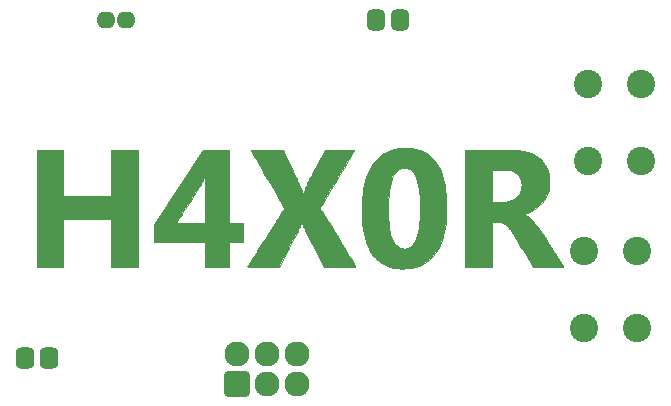
<source format=gbr>
%TF.GenerationSoftware,KiCad,Pcbnew,(7.0.0)*%
%TF.CreationDate,2024-07-03T12:20:39-05:00*%
%TF.ProjectId,DC32H4X0R,44433332-4834-4583-9052-2e6b69636164,rev?*%
%TF.SameCoordinates,Original*%
%TF.FileFunction,Soldermask,Top*%
%TF.FilePolarity,Negative*%
%FSLAX46Y46*%
G04 Gerber Fmt 4.6, Leading zero omitted, Abs format (unit mm)*
G04 Created by KiCad (PCBNEW (7.0.0)) date 2024-07-03 12:20:39*
%MOMM*%
%LPD*%
G01*
G04 APERTURE LIST*
G04 Aperture macros list*
%AMRoundRect*
0 Rectangle with rounded corners*
0 $1 Rounding radius*
0 $2 $3 $4 $5 $6 $7 $8 $9 X,Y pos of 4 corners*
0 Add a 4 corners polygon primitive as box body*
4,1,4,$2,$3,$4,$5,$6,$7,$8,$9,$2,$3,0*
0 Add four circle primitives for the rounded corners*
1,1,$1+$1,$2,$3*
1,1,$1+$1,$4,$5*
1,1,$1+$1,$6,$7*
1,1,$1+$1,$8,$9*
0 Add four rect primitives between the rounded corners*
20,1,$1+$1,$2,$3,$4,$5,0*
20,1,$1+$1,$4,$5,$6,$7,0*
20,1,$1+$1,$6,$7,$8,$9,0*
20,1,$1+$1,$8,$9,$2,$3,0*%
G04 Aperture macros list end*
%ADD10C,0.010000*%
%ADD11C,2.127200*%
%ADD12O,2.127200X2.127200*%
%ADD13RoundRect,0.200000X-0.863600X0.863600X-0.863600X-0.863600X0.863600X-0.863600X0.863600X0.863600X0*%
%ADD14C,2.400000*%
%ADD15RoundRect,0.437500X0.287500X0.237500X-0.287500X0.237500X-0.287500X-0.237500X0.287500X-0.237500X0*%
%ADD16RoundRect,0.450000X0.325000X0.450000X-0.325000X0.450000X-0.325000X-0.450000X0.325000X-0.450000X0*%
%ADD17RoundRect,0.450000X-0.350000X-0.450000X0.350000X-0.450000X0.350000X0.450000X-0.350000X0.450000X0*%
G04 APERTURE END LIST*
%TO.C,G\u002A\u002A\u002A*%
G36*
X78298313Y-61314854D02*
G01*
X80525900Y-61314854D01*
X80527361Y-61838029D01*
X80527990Y-61871993D01*
X80535800Y-62176776D01*
X80547121Y-62446060D01*
X80562683Y-62686587D01*
X80583215Y-62905100D01*
X80609448Y-63108341D01*
X80642111Y-63303053D01*
X80681934Y-63495979D01*
X80721901Y-63663366D01*
X80809117Y-63958224D01*
X80912541Y-64214203D01*
X81032414Y-64431633D01*
X81168978Y-64610841D01*
X81322476Y-64752156D01*
X81493148Y-64855908D01*
X81640807Y-64911680D01*
X81722694Y-64925891D01*
X81830697Y-64932038D01*
X81949438Y-64930453D01*
X82063541Y-64921467D01*
X82157628Y-64905411D01*
X82176812Y-64900150D01*
X82234279Y-64875962D01*
X82309770Y-64835549D01*
X82387081Y-64787596D01*
X82388106Y-64786907D01*
X82532898Y-64668696D01*
X82663245Y-64517927D01*
X82779460Y-64333645D01*
X82881855Y-64114892D01*
X82970743Y-63860714D01*
X83046436Y-63570154D01*
X83109247Y-63242254D01*
X83159487Y-62876060D01*
X83197469Y-62470614D01*
X83211132Y-62266934D01*
X83219618Y-62076574D01*
X83224676Y-61856636D01*
X83226455Y-61616241D01*
X83225105Y-61364510D01*
X83220774Y-61110564D01*
X83213612Y-60863524D01*
X83203767Y-60632510D01*
X83191388Y-60426645D01*
X83178556Y-60273909D01*
X83130794Y-59883168D01*
X83069352Y-59532045D01*
X82994065Y-59220042D01*
X82904769Y-58946659D01*
X82801300Y-58711397D01*
X82683493Y-58513758D01*
X82551185Y-58353243D01*
X82544226Y-58346222D01*
X82417037Y-58234180D01*
X82290656Y-58157408D01*
X82153501Y-58110696D01*
X81993989Y-58088834D01*
X81968933Y-58087447D01*
X81775147Y-58091987D01*
X81605580Y-58127194D01*
X81452456Y-58196018D01*
X81307997Y-58301406D01*
X81242351Y-58362939D01*
X81097844Y-58535024D01*
X80969571Y-58746038D01*
X80857529Y-58996002D01*
X80761714Y-59284936D01*
X80682122Y-59612859D01*
X80618749Y-59979793D01*
X80571590Y-60385756D01*
X80540642Y-60830770D01*
X80525900Y-61314854D01*
X78298313Y-61314854D01*
X78300323Y-61184871D01*
X78323310Y-60733584D01*
X78362441Y-60312137D01*
X78418386Y-59915620D01*
X78491814Y-59539122D01*
X78583397Y-59177734D01*
X78672408Y-58889538D01*
X78816985Y-58510450D01*
X78987986Y-58157733D01*
X79183885Y-57833258D01*
X79403159Y-57538899D01*
X79644282Y-57276527D01*
X79905729Y-57048015D01*
X80185975Y-56855235D01*
X80439347Y-56720155D01*
X80753982Y-56594018D01*
X81087717Y-56498310D01*
X81434712Y-56433025D01*
X81789123Y-56398157D01*
X82145111Y-56393701D01*
X82496832Y-56419651D01*
X82838446Y-56476001D01*
X83164111Y-56562745D01*
X83467985Y-56679877D01*
X83558667Y-56723272D01*
X83794818Y-56860573D01*
X84028115Y-57031122D01*
X84248325Y-57226481D01*
X84445215Y-57438213D01*
X84485269Y-57487263D01*
X84659125Y-57732846D01*
X84819749Y-58014420D01*
X84965180Y-58327169D01*
X85093462Y-58666279D01*
X85202635Y-59026936D01*
X85290740Y-59404326D01*
X85313205Y-59522493D01*
X85379763Y-59957440D01*
X85427898Y-60415011D01*
X85457653Y-60887109D01*
X85469070Y-61365640D01*
X85462193Y-61842510D01*
X85437063Y-62309625D01*
X85393723Y-62758889D01*
X85332215Y-63182208D01*
X85292877Y-63390311D01*
X85185803Y-63834177D01*
X85053701Y-64248553D01*
X84897190Y-64632475D01*
X84716890Y-64984977D01*
X84513422Y-65305094D01*
X84287406Y-65591862D01*
X84039462Y-65844314D01*
X83770210Y-66061485D01*
X83480271Y-66242411D01*
X83449771Y-66258679D01*
X83143150Y-66397009D01*
X82811605Y-66503938D01*
X82459388Y-66578735D01*
X82090756Y-66620669D01*
X81709964Y-66629008D01*
X81399667Y-66611022D01*
X81027898Y-66559114D01*
X80682541Y-66474748D01*
X80361999Y-66357212D01*
X80064674Y-66205792D01*
X79788969Y-66019773D01*
X79533288Y-65798442D01*
X79493486Y-65759055D01*
X79284482Y-65527966D01*
X79100547Y-65279648D01*
X78938431Y-65008528D01*
X78794882Y-64709032D01*
X78666653Y-64375590D01*
X78639255Y-64294331D01*
X78540041Y-63960496D01*
X78458466Y-63613397D01*
X78393909Y-63248349D01*
X78345754Y-62860665D01*
X78313380Y-62445659D01*
X78296168Y-61998646D01*
X78292810Y-61670909D01*
X78298313Y-61314854D01*
G37*
D10*
X78298313Y-61314854D02*
X80525900Y-61314854D01*
X80527361Y-61838029D01*
X80527990Y-61871993D01*
X80535800Y-62176776D01*
X80547121Y-62446060D01*
X80562683Y-62686587D01*
X80583215Y-62905100D01*
X80609448Y-63108341D01*
X80642111Y-63303053D01*
X80681934Y-63495979D01*
X80721901Y-63663366D01*
X80809117Y-63958224D01*
X80912541Y-64214203D01*
X81032414Y-64431633D01*
X81168978Y-64610841D01*
X81322476Y-64752156D01*
X81493148Y-64855908D01*
X81640807Y-64911680D01*
X81722694Y-64925891D01*
X81830697Y-64932038D01*
X81949438Y-64930453D01*
X82063541Y-64921467D01*
X82157628Y-64905411D01*
X82176812Y-64900150D01*
X82234279Y-64875962D01*
X82309770Y-64835549D01*
X82387081Y-64787596D01*
X82388106Y-64786907D01*
X82532898Y-64668696D01*
X82663245Y-64517927D01*
X82779460Y-64333645D01*
X82881855Y-64114892D01*
X82970743Y-63860714D01*
X83046436Y-63570154D01*
X83109247Y-63242254D01*
X83159487Y-62876060D01*
X83197469Y-62470614D01*
X83211132Y-62266934D01*
X83219618Y-62076574D01*
X83224676Y-61856636D01*
X83226455Y-61616241D01*
X83225105Y-61364510D01*
X83220774Y-61110564D01*
X83213612Y-60863524D01*
X83203767Y-60632510D01*
X83191388Y-60426645D01*
X83178556Y-60273909D01*
X83130794Y-59883168D01*
X83069352Y-59532045D01*
X82994065Y-59220042D01*
X82904769Y-58946659D01*
X82801300Y-58711397D01*
X82683493Y-58513758D01*
X82551185Y-58353243D01*
X82544226Y-58346222D01*
X82417037Y-58234180D01*
X82290656Y-58157408D01*
X82153501Y-58110696D01*
X81993989Y-58088834D01*
X81968933Y-58087447D01*
X81775147Y-58091987D01*
X81605580Y-58127194D01*
X81452456Y-58196018D01*
X81307997Y-58301406D01*
X81242351Y-58362939D01*
X81097844Y-58535024D01*
X80969571Y-58746038D01*
X80857529Y-58996002D01*
X80761714Y-59284936D01*
X80682122Y-59612859D01*
X80618749Y-59979793D01*
X80571590Y-60385756D01*
X80540642Y-60830770D01*
X80525900Y-61314854D01*
X78298313Y-61314854D01*
X78300323Y-61184871D01*
X78323310Y-60733584D01*
X78362441Y-60312137D01*
X78418386Y-59915620D01*
X78491814Y-59539122D01*
X78583397Y-59177734D01*
X78672408Y-58889538D01*
X78816985Y-58510450D01*
X78987986Y-58157733D01*
X79183885Y-57833258D01*
X79403159Y-57538899D01*
X79644282Y-57276527D01*
X79905729Y-57048015D01*
X80185975Y-56855235D01*
X80439347Y-56720155D01*
X80753982Y-56594018D01*
X81087717Y-56498310D01*
X81434712Y-56433025D01*
X81789123Y-56398157D01*
X82145111Y-56393701D01*
X82496832Y-56419651D01*
X82838446Y-56476001D01*
X83164111Y-56562745D01*
X83467985Y-56679877D01*
X83558667Y-56723272D01*
X83794818Y-56860573D01*
X84028115Y-57031122D01*
X84248325Y-57226481D01*
X84445215Y-57438213D01*
X84485269Y-57487263D01*
X84659125Y-57732846D01*
X84819749Y-58014420D01*
X84965180Y-58327169D01*
X85093462Y-58666279D01*
X85202635Y-59026936D01*
X85290740Y-59404326D01*
X85313205Y-59522493D01*
X85379763Y-59957440D01*
X85427898Y-60415011D01*
X85457653Y-60887109D01*
X85469070Y-61365640D01*
X85462193Y-61842510D01*
X85437063Y-62309625D01*
X85393723Y-62758889D01*
X85332215Y-63182208D01*
X85292877Y-63390311D01*
X85185803Y-63834177D01*
X85053701Y-64248553D01*
X84897190Y-64632475D01*
X84716890Y-64984977D01*
X84513422Y-65305094D01*
X84287406Y-65591862D01*
X84039462Y-65844314D01*
X83770210Y-66061485D01*
X83480271Y-66242411D01*
X83449771Y-66258679D01*
X83143150Y-66397009D01*
X82811605Y-66503938D01*
X82459388Y-66578735D01*
X82090756Y-66620669D01*
X81709964Y-66629008D01*
X81399667Y-66611022D01*
X81027898Y-66559114D01*
X80682541Y-66474748D01*
X80361999Y-66357212D01*
X80064674Y-66205792D01*
X79788969Y-66019773D01*
X79533288Y-65798442D01*
X79493486Y-65759055D01*
X79284482Y-65527966D01*
X79100547Y-65279648D01*
X78938431Y-65008528D01*
X78794882Y-64709032D01*
X78666653Y-64375590D01*
X78639255Y-64294331D01*
X78540041Y-63960496D01*
X78458466Y-63613397D01*
X78393909Y-63248349D01*
X78345754Y-62860665D01*
X78313380Y-62445659D01*
X78296168Y-61998646D01*
X78292810Y-61670909D01*
X78298313Y-61314854D01*
G36*
X53004584Y-60496159D02*
G01*
X57068584Y-60496159D01*
X57068584Y-56559159D01*
X59333417Y-56559159D01*
X59333417Y-66465530D01*
X57079167Y-66454576D01*
X57073768Y-64449034D01*
X57068369Y-62443493D01*
X53004584Y-62443493D01*
X53004584Y-66465159D01*
X50760917Y-66465159D01*
X50760917Y-56559159D01*
X53004584Y-56559159D01*
X53004584Y-60496159D01*
G37*
X53004584Y-60496159D02*
X57068584Y-60496159D01*
X57068584Y-56559159D01*
X59333417Y-56559159D01*
X59333417Y-66465530D01*
X57079167Y-66454576D01*
X57073768Y-64449034D01*
X57068369Y-62443493D01*
X53004584Y-62443493D01*
X53004584Y-66465159D01*
X50760917Y-66465159D01*
X50760917Y-56559159D01*
X53004584Y-56559159D01*
X53004584Y-60496159D01*
G36*
X64851716Y-56569743D02*
G01*
X65934316Y-56564259D01*
X67016917Y-56558775D01*
X67016917Y-62782159D01*
X68202250Y-62782159D01*
X68202250Y-64348493D01*
X67016917Y-64348493D01*
X67016917Y-66465159D01*
X66025611Y-66465159D01*
X65824699Y-66464867D01*
X65636840Y-66464029D01*
X65466253Y-66462705D01*
X65317157Y-66460955D01*
X65193774Y-66458837D01*
X65100323Y-66456410D01*
X65041023Y-66453734D01*
X65020195Y-66451048D01*
X65017410Y-66427709D01*
X65014808Y-66366144D01*
X65012443Y-66270461D01*
X65010370Y-66144768D01*
X65008643Y-65993172D01*
X65007317Y-65819781D01*
X65006448Y-65628702D01*
X65006090Y-65424043D01*
X65006084Y-65392715D01*
X65006084Y-64348493D01*
X60709250Y-64348493D01*
X60709250Y-62955635D01*
X60821782Y-62782159D01*
X62545881Y-62782159D01*
X65001105Y-62782159D01*
X65013157Y-60840118D01*
X65015069Y-60555561D01*
X65017189Y-60282074D01*
X65019478Y-60022757D01*
X65021896Y-59780710D01*
X65024401Y-59559033D01*
X65026955Y-59360825D01*
X65029516Y-59189186D01*
X65032045Y-59047215D01*
X65034502Y-58938013D01*
X65036846Y-58864680D01*
X65039037Y-58830314D01*
X65039216Y-58829284D01*
X65045593Y-58777360D01*
X65037454Y-58762084D01*
X65017234Y-58781312D01*
X64987368Y-58832900D01*
X64955040Y-58903368D01*
X64919936Y-58983340D01*
X64880305Y-59067341D01*
X64834633Y-59157890D01*
X64781400Y-59257506D01*
X64719092Y-59368709D01*
X64646191Y-59494017D01*
X64561180Y-59635951D01*
X64462543Y-59797030D01*
X64348762Y-59979772D01*
X64218322Y-60186699D01*
X64069706Y-60420328D01*
X63901396Y-60683179D01*
X63711877Y-60977773D01*
X63626609Y-61109993D01*
X63475956Y-61343448D01*
X63331288Y-61567599D01*
X63194332Y-61779772D01*
X63066817Y-61977291D01*
X62950469Y-62157483D01*
X62847015Y-62317672D01*
X62758183Y-62455184D01*
X62685700Y-62567344D01*
X62631294Y-62651478D01*
X62596692Y-62704910D01*
X62584299Y-62723951D01*
X62545881Y-62782159D01*
X60821782Y-62782159D01*
X64851716Y-56569743D01*
G37*
X64851716Y-56569743D02*
X65934316Y-56564259D01*
X67016917Y-56558775D01*
X67016917Y-62782159D01*
X68202250Y-62782159D01*
X68202250Y-64348493D01*
X67016917Y-64348493D01*
X67016917Y-66465159D01*
X66025611Y-66465159D01*
X65824699Y-66464867D01*
X65636840Y-66464029D01*
X65466253Y-66462705D01*
X65317157Y-66460955D01*
X65193774Y-66458837D01*
X65100323Y-66456410D01*
X65041023Y-66453734D01*
X65020195Y-66451048D01*
X65017410Y-66427709D01*
X65014808Y-66366144D01*
X65012443Y-66270461D01*
X65010370Y-66144768D01*
X65008643Y-65993172D01*
X65007317Y-65819781D01*
X65006448Y-65628702D01*
X65006090Y-65424043D01*
X65006084Y-65392715D01*
X65006084Y-64348493D01*
X60709250Y-64348493D01*
X60709250Y-62955635D01*
X60821782Y-62782159D01*
X62545881Y-62782159D01*
X65001105Y-62782159D01*
X65013157Y-60840118D01*
X65015069Y-60555561D01*
X65017189Y-60282074D01*
X65019478Y-60022757D01*
X65021896Y-59780710D01*
X65024401Y-59559033D01*
X65026955Y-59360825D01*
X65029516Y-59189186D01*
X65032045Y-59047215D01*
X65034502Y-58938013D01*
X65036846Y-58864680D01*
X65039037Y-58830314D01*
X65039216Y-58829284D01*
X65045593Y-58777360D01*
X65037454Y-58762084D01*
X65017234Y-58781312D01*
X64987368Y-58832900D01*
X64955040Y-58903368D01*
X64919936Y-58983340D01*
X64880305Y-59067341D01*
X64834633Y-59157890D01*
X64781400Y-59257506D01*
X64719092Y-59368709D01*
X64646191Y-59494017D01*
X64561180Y-59635951D01*
X64462543Y-59797030D01*
X64348762Y-59979772D01*
X64218322Y-60186699D01*
X64069706Y-60420328D01*
X63901396Y-60683179D01*
X63711877Y-60977773D01*
X63626609Y-61109993D01*
X63475956Y-61343448D01*
X63331288Y-61567599D01*
X63194332Y-61779772D01*
X63066817Y-61977291D01*
X62950469Y-62157483D01*
X62847015Y-62317672D01*
X62758183Y-62455184D01*
X62685700Y-62567344D01*
X62631294Y-62651478D01*
X62596692Y-62704910D01*
X62584299Y-62723951D01*
X62545881Y-62782159D01*
X60821782Y-62782159D01*
X64851716Y-56569743D01*
G36*
X76708161Y-56559299D02*
G01*
X76935808Y-56559760D01*
X77126817Y-56560608D01*
X77284034Y-56561907D01*
X77410307Y-56563722D01*
X77508484Y-56566118D01*
X77581410Y-56569160D01*
X77631933Y-56572911D01*
X77662900Y-56577437D01*
X77677159Y-56582802D01*
X77678657Y-56587275D01*
X77666582Y-56608485D01*
X77633864Y-56663780D01*
X77581788Y-56751029D01*
X77511636Y-56868103D01*
X77424690Y-57012872D01*
X77322233Y-57183208D01*
X77205547Y-57376979D01*
X77075916Y-57592057D01*
X76934621Y-57826313D01*
X76782947Y-58077616D01*
X76622174Y-58343837D01*
X76453586Y-58622846D01*
X76278466Y-58912514D01*
X76204265Y-59035206D01*
X76006655Y-59362295D01*
X75819892Y-59672176D01*
X75644929Y-59963245D01*
X75482715Y-60233896D01*
X75334201Y-60482524D01*
X75200338Y-60707524D01*
X75082076Y-60907291D01*
X74980367Y-61080220D01*
X74896161Y-61224706D01*
X74830409Y-61339143D01*
X74784062Y-61421928D01*
X74758070Y-61471454D01*
X74752554Y-61486012D01*
X74764846Y-61507504D01*
X74797951Y-61562988D01*
X74850583Y-61650347D01*
X74921456Y-61767469D01*
X75009281Y-61912237D01*
X75112772Y-62082537D01*
X75230642Y-62276255D01*
X75361603Y-62491274D01*
X75504368Y-62725482D01*
X75657651Y-62976762D01*
X75820164Y-63242999D01*
X75990620Y-63522080D01*
X76167731Y-63811889D01*
X76255782Y-63955905D01*
X76435706Y-64250246D01*
X76609620Y-64534943D01*
X76776236Y-64807876D01*
X76934263Y-65066925D01*
X77082413Y-65309972D01*
X77219396Y-65534896D01*
X77343923Y-65739577D01*
X77454705Y-65921897D01*
X77550453Y-66079734D01*
X77629877Y-66210971D01*
X77691689Y-66313486D01*
X77734598Y-66385161D01*
X77757316Y-66423876D01*
X77760676Y-66430143D01*
X77761163Y-66437329D01*
X77754667Y-66443444D01*
X77738169Y-66448558D01*
X77708652Y-66452737D01*
X77663095Y-66456052D01*
X77598480Y-66458571D01*
X77511787Y-66460362D01*
X77399999Y-66461494D01*
X77260095Y-66462036D01*
X77089058Y-66462055D01*
X76883868Y-66461622D01*
X76641505Y-66460804D01*
X76445371Y-66460027D01*
X75116506Y-66454576D01*
X74242995Y-64803576D01*
X74089021Y-64512364D01*
X73953680Y-64255893D01*
X73835671Y-64031560D01*
X73733689Y-63836761D01*
X73646434Y-63668891D01*
X73572602Y-63525348D01*
X73510891Y-63403527D01*
X73459999Y-63300824D01*
X73418623Y-63214636D01*
X73385461Y-63142358D01*
X73359210Y-63081386D01*
X73338568Y-63029118D01*
X73322233Y-62982948D01*
X73308901Y-62940273D01*
X73306022Y-62930326D01*
X73278217Y-62830913D01*
X73253561Y-62739068D01*
X73235288Y-62667038D01*
X73228027Y-62634970D01*
X73220325Y-62601561D01*
X73212605Y-62591715D01*
X73201879Y-62609929D01*
X73185161Y-62660698D01*
X73164758Y-62730220D01*
X73142825Y-62803616D01*
X73119556Y-62875584D01*
X73093571Y-62948949D01*
X73063490Y-63026540D01*
X73027933Y-63111182D01*
X72985521Y-63205705D01*
X72934872Y-63312934D01*
X72874608Y-63435697D01*
X72803348Y-63576821D01*
X72719712Y-63739133D01*
X72622320Y-63925460D01*
X72509791Y-64138630D01*
X72380747Y-64381470D01*
X72233807Y-64656806D01*
X72125388Y-64859505D01*
X71266016Y-66465159D01*
X69932952Y-66465159D01*
X69660424Y-66465072D01*
X69427277Y-66464763D01*
X69230556Y-66464160D01*
X69067308Y-66463193D01*
X68934580Y-66461789D01*
X68829419Y-66459877D01*
X68748871Y-66457386D01*
X68689983Y-66454243D01*
X68649802Y-66450378D01*
X68625375Y-66445719D01*
X68613748Y-66440194D01*
X68611968Y-66433732D01*
X68612162Y-66433174D01*
X68624835Y-66411757D01*
X68658955Y-66356755D01*
X68713191Y-66270265D01*
X68786214Y-66154384D01*
X68876693Y-66011211D01*
X68983297Y-65842843D01*
X69104697Y-65651377D01*
X69239561Y-65438912D01*
X69386559Y-65207546D01*
X69544361Y-64959375D01*
X69711637Y-64696497D01*
X69887055Y-64421011D01*
X70069286Y-64135013D01*
X70152614Y-64004299D01*
X70337785Y-63713822D01*
X70516975Y-63432646D01*
X70688833Y-63162893D01*
X70852009Y-62906687D01*
X71005153Y-62666149D01*
X71146915Y-62443402D01*
X71275945Y-62240568D01*
X71390893Y-62059771D01*
X71490408Y-61903133D01*
X71573140Y-61772776D01*
X71637741Y-61670823D01*
X71682858Y-61599396D01*
X71707143Y-61560618D01*
X71710855Y-61554493D01*
X71714549Y-61545958D01*
X71715940Y-61534954D01*
X71713989Y-61519622D01*
X71707656Y-61498103D01*
X71695903Y-61468536D01*
X71677692Y-61429063D01*
X71651982Y-61377825D01*
X71617735Y-61312963D01*
X71573911Y-61232616D01*
X71519473Y-61134927D01*
X71453381Y-61018036D01*
X71374595Y-60880083D01*
X71282077Y-60719210D01*
X71174788Y-60533557D01*
X71051689Y-60321265D01*
X70911741Y-60080474D01*
X70753905Y-59809327D01*
X70577142Y-59505962D01*
X70380412Y-59168522D01*
X70310251Y-59048202D01*
X70137326Y-58751531D01*
X69970381Y-58464862D01*
X69810650Y-58190326D01*
X69659368Y-57930056D01*
X69517769Y-57686185D01*
X69387088Y-57460845D01*
X69268559Y-57256171D01*
X69163418Y-57074293D01*
X69072898Y-56917345D01*
X68998235Y-56787461D01*
X68940663Y-56686771D01*
X68901417Y-56617410D01*
X68881732Y-56581509D01*
X68879584Y-56576838D01*
X68900160Y-56573802D01*
X68959533Y-56571094D01*
X69054166Y-56568744D01*
X69180522Y-56566787D01*
X69335066Y-56565255D01*
X69514261Y-56564179D01*
X69714571Y-56563594D01*
X69932460Y-56563531D01*
X70164391Y-56564024D01*
X70238785Y-56564295D01*
X71597987Y-56569743D01*
X72047738Y-57511659D01*
X72208373Y-57848165D01*
X72351820Y-58148915D01*
X72479186Y-58416326D01*
X72591579Y-58652816D01*
X72690107Y-58860806D01*
X72775878Y-59042712D01*
X72850000Y-59200954D01*
X72913580Y-59337949D01*
X72967726Y-59456117D01*
X73013546Y-59557876D01*
X73052147Y-59645644D01*
X73084638Y-59721840D01*
X73112127Y-59788882D01*
X73135720Y-59849189D01*
X73156527Y-59905179D01*
X73175654Y-59959270D01*
X73194209Y-60013882D01*
X73195082Y-60016491D01*
X73231552Y-60124533D01*
X73263624Y-60217625D01*
X73288817Y-60288712D01*
X73304648Y-60330743D01*
X73308561Y-60339026D01*
X73318636Y-60325256D01*
X73336362Y-60280951D01*
X73354615Y-60226027D01*
X73385731Y-60127467D01*
X73416857Y-60033915D01*
X73449508Y-59942208D01*
X73485196Y-59849183D01*
X73525437Y-59751678D01*
X73571745Y-59646529D01*
X73625632Y-59530574D01*
X73688613Y-59400650D01*
X73762203Y-59253595D01*
X73847915Y-59086245D01*
X73947262Y-58895437D01*
X74061760Y-58678010D01*
X74192922Y-58430799D01*
X74342262Y-58150643D01*
X74398091Y-58046118D01*
X75192610Y-56559159D01*
X76441028Y-56559159D01*
X76708161Y-56559299D01*
G37*
X76708161Y-56559299D02*
X76935808Y-56559760D01*
X77126817Y-56560608D01*
X77284034Y-56561907D01*
X77410307Y-56563722D01*
X77508484Y-56566118D01*
X77581410Y-56569160D01*
X77631933Y-56572911D01*
X77662900Y-56577437D01*
X77677159Y-56582802D01*
X77678657Y-56587275D01*
X77666582Y-56608485D01*
X77633864Y-56663780D01*
X77581788Y-56751029D01*
X77511636Y-56868103D01*
X77424690Y-57012872D01*
X77322233Y-57183208D01*
X77205547Y-57376979D01*
X77075916Y-57592057D01*
X76934621Y-57826313D01*
X76782947Y-58077616D01*
X76622174Y-58343837D01*
X76453586Y-58622846D01*
X76278466Y-58912514D01*
X76204265Y-59035206D01*
X76006655Y-59362295D01*
X75819892Y-59672176D01*
X75644929Y-59963245D01*
X75482715Y-60233896D01*
X75334201Y-60482524D01*
X75200338Y-60707524D01*
X75082076Y-60907291D01*
X74980367Y-61080220D01*
X74896161Y-61224706D01*
X74830409Y-61339143D01*
X74784062Y-61421928D01*
X74758070Y-61471454D01*
X74752554Y-61486012D01*
X74764846Y-61507504D01*
X74797951Y-61562988D01*
X74850583Y-61650347D01*
X74921456Y-61767469D01*
X75009281Y-61912237D01*
X75112772Y-62082537D01*
X75230642Y-62276255D01*
X75361603Y-62491274D01*
X75504368Y-62725482D01*
X75657651Y-62976762D01*
X75820164Y-63242999D01*
X75990620Y-63522080D01*
X76167731Y-63811889D01*
X76255782Y-63955905D01*
X76435706Y-64250246D01*
X76609620Y-64534943D01*
X76776236Y-64807876D01*
X76934263Y-65066925D01*
X77082413Y-65309972D01*
X77219396Y-65534896D01*
X77343923Y-65739577D01*
X77454705Y-65921897D01*
X77550453Y-66079734D01*
X77629877Y-66210971D01*
X77691689Y-66313486D01*
X77734598Y-66385161D01*
X77757316Y-66423876D01*
X77760676Y-66430143D01*
X77761163Y-66437329D01*
X77754667Y-66443444D01*
X77738169Y-66448558D01*
X77708652Y-66452737D01*
X77663095Y-66456052D01*
X77598480Y-66458571D01*
X77511787Y-66460362D01*
X77399999Y-66461494D01*
X77260095Y-66462036D01*
X77089058Y-66462055D01*
X76883868Y-66461622D01*
X76641505Y-66460804D01*
X76445371Y-66460027D01*
X75116506Y-66454576D01*
X74242995Y-64803576D01*
X74089021Y-64512364D01*
X73953680Y-64255893D01*
X73835671Y-64031560D01*
X73733689Y-63836761D01*
X73646434Y-63668891D01*
X73572602Y-63525348D01*
X73510891Y-63403527D01*
X73459999Y-63300824D01*
X73418623Y-63214636D01*
X73385461Y-63142358D01*
X73359210Y-63081386D01*
X73338568Y-63029118D01*
X73322233Y-62982948D01*
X73308901Y-62940273D01*
X73306022Y-62930326D01*
X73278217Y-62830913D01*
X73253561Y-62739068D01*
X73235288Y-62667038D01*
X73228027Y-62634970D01*
X73220325Y-62601561D01*
X73212605Y-62591715D01*
X73201879Y-62609929D01*
X73185161Y-62660698D01*
X73164758Y-62730220D01*
X73142825Y-62803616D01*
X73119556Y-62875584D01*
X73093571Y-62948949D01*
X73063490Y-63026540D01*
X73027933Y-63111182D01*
X72985521Y-63205705D01*
X72934872Y-63312934D01*
X72874608Y-63435697D01*
X72803348Y-63576821D01*
X72719712Y-63739133D01*
X72622320Y-63925460D01*
X72509791Y-64138630D01*
X72380747Y-64381470D01*
X72233807Y-64656806D01*
X72125388Y-64859505D01*
X71266016Y-66465159D01*
X69932952Y-66465159D01*
X69660424Y-66465072D01*
X69427277Y-66464763D01*
X69230556Y-66464160D01*
X69067308Y-66463193D01*
X68934580Y-66461789D01*
X68829419Y-66459877D01*
X68748871Y-66457386D01*
X68689983Y-66454243D01*
X68649802Y-66450378D01*
X68625375Y-66445719D01*
X68613748Y-66440194D01*
X68611968Y-66433732D01*
X68612162Y-66433174D01*
X68624835Y-66411757D01*
X68658955Y-66356755D01*
X68713191Y-66270265D01*
X68786214Y-66154384D01*
X68876693Y-66011211D01*
X68983297Y-65842843D01*
X69104697Y-65651377D01*
X69239561Y-65438912D01*
X69386559Y-65207546D01*
X69544361Y-64959375D01*
X69711637Y-64696497D01*
X69887055Y-64421011D01*
X70069286Y-64135013D01*
X70152614Y-64004299D01*
X70337785Y-63713822D01*
X70516975Y-63432646D01*
X70688833Y-63162893D01*
X70852009Y-62906687D01*
X71005153Y-62666149D01*
X71146915Y-62443402D01*
X71275945Y-62240568D01*
X71390893Y-62059771D01*
X71490408Y-61903133D01*
X71573140Y-61772776D01*
X71637741Y-61670823D01*
X71682858Y-61599396D01*
X71707143Y-61560618D01*
X71710855Y-61554493D01*
X71714549Y-61545958D01*
X71715940Y-61534954D01*
X71713989Y-61519622D01*
X71707656Y-61498103D01*
X71695903Y-61468536D01*
X71677692Y-61429063D01*
X71651982Y-61377825D01*
X71617735Y-61312963D01*
X71573911Y-61232616D01*
X71519473Y-61134927D01*
X71453381Y-61018036D01*
X71374595Y-60880083D01*
X71282077Y-60719210D01*
X71174788Y-60533557D01*
X71051689Y-60321265D01*
X70911741Y-60080474D01*
X70753905Y-59809327D01*
X70577142Y-59505962D01*
X70380412Y-59168522D01*
X70310251Y-59048202D01*
X70137326Y-58751531D01*
X69970381Y-58464862D01*
X69810650Y-58190326D01*
X69659368Y-57930056D01*
X69517769Y-57686185D01*
X69387088Y-57460845D01*
X69268559Y-57256171D01*
X69163418Y-57074293D01*
X69072898Y-56917345D01*
X68998235Y-56787461D01*
X68940663Y-56686771D01*
X68901417Y-56617410D01*
X68881732Y-56581509D01*
X68879584Y-56576838D01*
X68900160Y-56573802D01*
X68959533Y-56571094D01*
X69054166Y-56568744D01*
X69180522Y-56566787D01*
X69335066Y-56565255D01*
X69514261Y-56564179D01*
X69714571Y-56563594D01*
X69932460Y-56563531D01*
X70164391Y-56564024D01*
X70238785Y-56564295D01*
X71597987Y-56569743D01*
X72047738Y-57511659D01*
X72208373Y-57848165D01*
X72351820Y-58148915D01*
X72479186Y-58416326D01*
X72591579Y-58652816D01*
X72690107Y-58860806D01*
X72775878Y-59042712D01*
X72850000Y-59200954D01*
X72913580Y-59337949D01*
X72967726Y-59456117D01*
X73013546Y-59557876D01*
X73052147Y-59645644D01*
X73084638Y-59721840D01*
X73112127Y-59788882D01*
X73135720Y-59849189D01*
X73156527Y-59905179D01*
X73175654Y-59959270D01*
X73194209Y-60013882D01*
X73195082Y-60016491D01*
X73231552Y-60124533D01*
X73263624Y-60217625D01*
X73288817Y-60288712D01*
X73304648Y-60330743D01*
X73308561Y-60339026D01*
X73318636Y-60325256D01*
X73336362Y-60280951D01*
X73354615Y-60226027D01*
X73385731Y-60127467D01*
X73416857Y-60033915D01*
X73449508Y-59942208D01*
X73485196Y-59849183D01*
X73525437Y-59751678D01*
X73571745Y-59646529D01*
X73625632Y-59530574D01*
X73688613Y-59400650D01*
X73762203Y-59253595D01*
X73847915Y-59086245D01*
X73947262Y-58895437D01*
X74061760Y-58678010D01*
X74192922Y-58430799D01*
X74342262Y-58150643D01*
X74398091Y-58046118D01*
X75192610Y-56559159D01*
X76441028Y-56559159D01*
X76708161Y-56559299D01*
G36*
X87040584Y-60988318D02*
G01*
X87040584Y-58249066D01*
X89305417Y-58249066D01*
X89305417Y-60988318D01*
X89924542Y-60977515D01*
X90109698Y-60973974D01*
X90258461Y-60970240D01*
X90376767Y-60965895D01*
X90470556Y-60960522D01*
X90545766Y-60953701D01*
X90608335Y-60945017D01*
X90664202Y-60934051D01*
X90713000Y-60922059D01*
X90959377Y-60837376D01*
X91179678Y-60720881D01*
X91372106Y-60574155D01*
X91534864Y-60398780D01*
X91666155Y-60196340D01*
X91749947Y-60008881D01*
X91789683Y-59863834D01*
X91814694Y-59693389D01*
X91824207Y-59512118D01*
X91817451Y-59334590D01*
X91794003Y-59176937D01*
X91727827Y-58964643D01*
X91629950Y-58780388D01*
X91500266Y-58624036D01*
X91338668Y-58495451D01*
X91206505Y-58421891D01*
X91124180Y-58383764D01*
X91048785Y-58352473D01*
X90974914Y-58327273D01*
X90897162Y-58307421D01*
X90810121Y-58292172D01*
X90708385Y-58280783D01*
X90586548Y-58272509D01*
X90439203Y-58266606D01*
X90260944Y-58262331D01*
X90046365Y-58258940D01*
X90019792Y-58258582D01*
X89305417Y-58249066D01*
X87040584Y-58249066D01*
X87040584Y-56556754D01*
X89162542Y-56565129D01*
X89521207Y-56566572D01*
X89840453Y-56567982D01*
X90123193Y-56569478D01*
X90372341Y-56571175D01*
X90590812Y-56573192D01*
X90781519Y-56575644D01*
X90947375Y-56578650D01*
X91091295Y-56582327D01*
X91216193Y-56586790D01*
X91324981Y-56592158D01*
X91420575Y-56598547D01*
X91505887Y-56606074D01*
X91583832Y-56614857D01*
X91657324Y-56625012D01*
X91729275Y-56636656D01*
X91802601Y-56649907D01*
X91880214Y-56664882D01*
X91939777Y-56676675D01*
X92311674Y-56766279D01*
X92649290Y-56880559D01*
X92952954Y-57019811D01*
X93222993Y-57184329D01*
X93459733Y-57374409D01*
X93663502Y-57590345D01*
X93834628Y-57832433D01*
X93973437Y-58100968D01*
X94080257Y-58396244D01*
X94145521Y-58665243D01*
X94166803Y-58814514D01*
X94179930Y-58992798D01*
X94185018Y-59187818D01*
X94182181Y-59387302D01*
X94171536Y-59578975D01*
X94153200Y-59750563D01*
X94134241Y-59859754D01*
X94042842Y-60187590D01*
X93914536Y-60495086D01*
X93750087Y-60781218D01*
X93550260Y-61044961D01*
X93315818Y-61285291D01*
X93047525Y-61501183D01*
X92785151Y-61669495D01*
X92637621Y-61748585D01*
X92472479Y-61827474D01*
X92305769Y-61899002D01*
X92153537Y-61956005D01*
X92115292Y-61968513D01*
X92051057Y-61990505D01*
X92006982Y-62009087D01*
X91993663Y-62018733D01*
X92011497Y-62032905D01*
X92057000Y-62055958D01*
X92092481Y-62071356D01*
X92255047Y-62155181D01*
X92428949Y-62276594D01*
X92611804Y-62433136D01*
X92801228Y-62622347D01*
X92994838Y-62841768D01*
X93190250Y-63088938D01*
X93385080Y-63361399D01*
X93478594Y-63501826D01*
X93533408Y-63586417D01*
X93604484Y-63696681D01*
X93689797Y-63829442D01*
X93787326Y-63981525D01*
X93895045Y-64149754D01*
X94010933Y-64330952D01*
X94132965Y-64521945D01*
X94259119Y-64719557D01*
X94387371Y-64920612D01*
X94515699Y-65121934D01*
X94642078Y-65320348D01*
X94764485Y-65512678D01*
X94880898Y-65695748D01*
X94989292Y-65866382D01*
X95087645Y-66021405D01*
X95173934Y-66157642D01*
X95246134Y-66271916D01*
X95302224Y-66361051D01*
X95340179Y-66421873D01*
X95357976Y-66451205D01*
X95359084Y-66453412D01*
X95338523Y-66455501D01*
X95279265Y-66457465D01*
X95184945Y-66459272D01*
X95059199Y-66460889D01*
X94905663Y-66462283D01*
X94727973Y-66463422D01*
X94529764Y-66464273D01*
X94314672Y-66464803D01*
X94086334Y-66464979D01*
X94073209Y-66464978D01*
X92787334Y-66464797D01*
X91993584Y-65148864D01*
X91812023Y-64848107D01*
X91650555Y-64581282D01*
X91507602Y-64345951D01*
X91381583Y-64139680D01*
X91270920Y-63960036D01*
X91174033Y-63804581D01*
X91089343Y-63670883D01*
X91015270Y-63556505D01*
X90950236Y-63459013D01*
X90892660Y-63375972D01*
X90840964Y-63304948D01*
X90793569Y-63243505D01*
X90748895Y-63189208D01*
X90705362Y-63139623D01*
X90661393Y-63092315D01*
X90656045Y-63086710D01*
X90525602Y-62958359D01*
X90407285Y-62860750D01*
X90292399Y-62787770D01*
X90172249Y-62733302D01*
X90134475Y-62719858D01*
X90078230Y-62702943D01*
X90020287Y-62690956D01*
X89951904Y-62683103D01*
X89864334Y-62678589D01*
X89748834Y-62676619D01*
X89655448Y-62676326D01*
X89305644Y-62676326D01*
X89294834Y-66454576D01*
X87040584Y-66465530D01*
X87040584Y-60988318D01*
G37*
X87040584Y-60988318D02*
X87040584Y-58249066D01*
X89305417Y-58249066D01*
X89305417Y-60988318D01*
X89924542Y-60977515D01*
X90109698Y-60973974D01*
X90258461Y-60970240D01*
X90376767Y-60965895D01*
X90470556Y-60960522D01*
X90545766Y-60953701D01*
X90608335Y-60945017D01*
X90664202Y-60934051D01*
X90713000Y-60922059D01*
X90959377Y-60837376D01*
X91179678Y-60720881D01*
X91372106Y-60574155D01*
X91534864Y-60398780D01*
X91666155Y-60196340D01*
X91749947Y-60008881D01*
X91789683Y-59863834D01*
X91814694Y-59693389D01*
X91824207Y-59512118D01*
X91817451Y-59334590D01*
X91794003Y-59176937D01*
X91727827Y-58964643D01*
X91629950Y-58780388D01*
X91500266Y-58624036D01*
X91338668Y-58495451D01*
X91206505Y-58421891D01*
X91124180Y-58383764D01*
X91048785Y-58352473D01*
X90974914Y-58327273D01*
X90897162Y-58307421D01*
X90810121Y-58292172D01*
X90708385Y-58280783D01*
X90586548Y-58272509D01*
X90439203Y-58266606D01*
X90260944Y-58262331D01*
X90046365Y-58258940D01*
X90019792Y-58258582D01*
X89305417Y-58249066D01*
X87040584Y-58249066D01*
X87040584Y-56556754D01*
X89162542Y-56565129D01*
X89521207Y-56566572D01*
X89840453Y-56567982D01*
X90123193Y-56569478D01*
X90372341Y-56571175D01*
X90590812Y-56573192D01*
X90781519Y-56575644D01*
X90947375Y-56578650D01*
X91091295Y-56582327D01*
X91216193Y-56586790D01*
X91324981Y-56592158D01*
X91420575Y-56598547D01*
X91505887Y-56606074D01*
X91583832Y-56614857D01*
X91657324Y-56625012D01*
X91729275Y-56636656D01*
X91802601Y-56649907D01*
X91880214Y-56664882D01*
X91939777Y-56676675D01*
X92311674Y-56766279D01*
X92649290Y-56880559D01*
X92952954Y-57019811D01*
X93222993Y-57184329D01*
X93459733Y-57374409D01*
X93663502Y-57590345D01*
X93834628Y-57832433D01*
X93973437Y-58100968D01*
X94080257Y-58396244D01*
X94145521Y-58665243D01*
X94166803Y-58814514D01*
X94179930Y-58992798D01*
X94185018Y-59187818D01*
X94182181Y-59387302D01*
X94171536Y-59578975D01*
X94153200Y-59750563D01*
X94134241Y-59859754D01*
X94042842Y-60187590D01*
X93914536Y-60495086D01*
X93750087Y-60781218D01*
X93550260Y-61044961D01*
X93315818Y-61285291D01*
X93047525Y-61501183D01*
X92785151Y-61669495D01*
X92637621Y-61748585D01*
X92472479Y-61827474D01*
X92305769Y-61899002D01*
X92153537Y-61956005D01*
X92115292Y-61968513D01*
X92051057Y-61990505D01*
X92006982Y-62009087D01*
X91993663Y-62018733D01*
X92011497Y-62032905D01*
X92057000Y-62055958D01*
X92092481Y-62071356D01*
X92255047Y-62155181D01*
X92428949Y-62276594D01*
X92611804Y-62433136D01*
X92801228Y-62622347D01*
X92994838Y-62841768D01*
X93190250Y-63088938D01*
X93385080Y-63361399D01*
X93478594Y-63501826D01*
X93533408Y-63586417D01*
X93604484Y-63696681D01*
X93689797Y-63829442D01*
X93787326Y-63981525D01*
X93895045Y-64149754D01*
X94010933Y-64330952D01*
X94132965Y-64521945D01*
X94259119Y-64719557D01*
X94387371Y-64920612D01*
X94515699Y-65121934D01*
X94642078Y-65320348D01*
X94764485Y-65512678D01*
X94880898Y-65695748D01*
X94989292Y-65866382D01*
X95087645Y-66021405D01*
X95173934Y-66157642D01*
X95246134Y-66271916D01*
X95302224Y-66361051D01*
X95340179Y-66421873D01*
X95357976Y-66451205D01*
X95359084Y-66453412D01*
X95338523Y-66455501D01*
X95279265Y-66457465D01*
X95184945Y-66459272D01*
X95059199Y-66460889D01*
X94905663Y-66462283D01*
X94727973Y-66463422D01*
X94529764Y-66464273D01*
X94314672Y-66464803D01*
X94086334Y-66464979D01*
X94073209Y-66464978D01*
X92787334Y-66464797D01*
X91993584Y-65148864D01*
X91812023Y-64848107D01*
X91650555Y-64581282D01*
X91507602Y-64345951D01*
X91381583Y-64139680D01*
X91270920Y-63960036D01*
X91174033Y-63804581D01*
X91089343Y-63670883D01*
X91015270Y-63556505D01*
X90950236Y-63459013D01*
X90892660Y-63375972D01*
X90840964Y-63304948D01*
X90793569Y-63243505D01*
X90748895Y-63189208D01*
X90705362Y-63139623D01*
X90661393Y-63092315D01*
X90656045Y-63086710D01*
X90525602Y-62958359D01*
X90407285Y-62860750D01*
X90292399Y-62787770D01*
X90172249Y-62733302D01*
X90134475Y-62719858D01*
X90078230Y-62702943D01*
X90020287Y-62690956D01*
X89951904Y-62683103D01*
X89864334Y-62678589D01*
X89748834Y-62676619D01*
X89655448Y-62676326D01*
X89305644Y-62676326D01*
X89294834Y-66454576D01*
X87040584Y-66465530D01*
X87040584Y-60988318D01*
%TD*%
D11*
%TO.C,X1*%
X72780000Y-73840000D03*
X72780000Y-76380000D03*
D12*
X70239999Y-73839999D03*
X70239999Y-76379999D03*
X67699999Y-73839999D03*
D13*
X67700000Y-76380000D03*
%TD*%
D14*
%TO.C,SW2*%
X97080000Y-65150000D03*
X97080000Y-71650000D03*
X101580000Y-65150000D03*
X101580000Y-71650000D03*
%TD*%
%TO.C,SW1*%
X97420000Y-51010000D03*
X97420000Y-57510000D03*
X101920000Y-51010000D03*
X101920000Y-57510000D03*
%TD*%
D15*
%TO.C,D1*%
X58352500Y-45610000D03*
X56602500Y-45610000D03*
%TD*%
D16*
%TO.C,D2*%
X81532500Y-45610000D03*
X79482500Y-45610000D03*
%TD*%
D17*
%TO.C,R1*%
X49820000Y-74210000D03*
X51820000Y-74210000D03*
%TD*%
M02*

</source>
